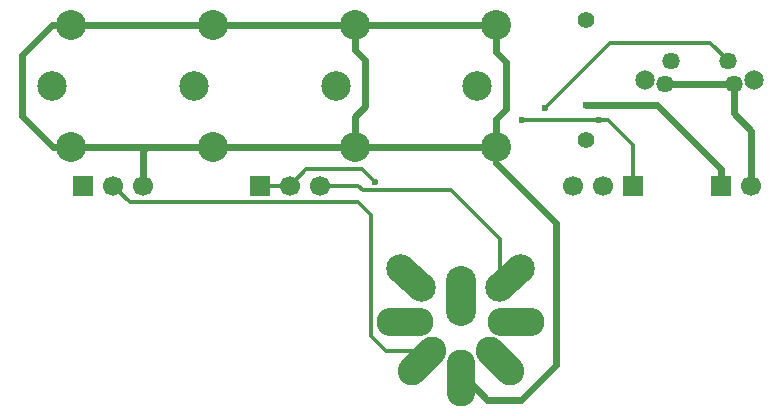
<source format=gbr>
%TF.GenerationSoftware,KiCad,Pcbnew,9.0.4*%
%TF.CreationDate,2025-09-13T13:09:21-04:00*%
%TF.ProjectId,C64-128AVS,4336342d-3132-4384-9156-532e6b696361,rev?*%
%TF.SameCoordinates,Original*%
%TF.FileFunction,Copper,L1,Top*%
%TF.FilePolarity,Positive*%
%FSLAX46Y46*%
G04 Gerber Fmt 4.6, Leading zero omitted, Abs format (unit mm)*
G04 Created by KiCad (PCBNEW 9.0.4) date 2025-09-13 13:09:21*
%MOMM*%
%LPD*%
G01*
G04 APERTURE LIST*
G04 Aperture macros list*
%AMHorizOval*
0 Thick line with rounded ends*
0 $1 width*
0 $2 $3 position (X,Y) of the first rounded end (center of the circle)*
0 $4 $5 position (X,Y) of the second rounded end (center of the circle)*
0 Add line between two ends*
20,1,$1,$2,$3,$4,$5,0*
0 Add two circle primitives to create the rounded ends*
1,1,$1,$2,$3*
1,1,$1,$4,$5*%
G04 Aperture macros list end*
%TA.AperFunction,ComponentPad*%
%ADD10R,1.700000X1.700000*%
%TD*%
%TA.AperFunction,ComponentPad*%
%ADD11C,1.700000*%
%TD*%
%TA.AperFunction,ComponentPad*%
%ADD12C,1.397000*%
%TD*%
%TA.AperFunction,ComponentPad*%
%ADD13C,1.457200*%
%TD*%
%TA.AperFunction,ComponentPad*%
%ADD14C,1.657200*%
%TD*%
%TA.AperFunction,ComponentPad*%
%ADD15C,2.540000*%
%TD*%
%TA.AperFunction,ComponentPad*%
%ADD16C,2.500000*%
%TD*%
%TA.AperFunction,ComponentPad*%
%ADD17O,4.826000X2.413000*%
%TD*%
%TA.AperFunction,ComponentPad*%
%ADD18O,2.413000X4.826000*%
%TD*%
%TA.AperFunction,ComponentPad*%
%ADD19HorizOval,2.413000X0.853124X-0.853124X-0.853124X0.853124X0*%
%TD*%
%TA.AperFunction,ComponentPad*%
%ADD20HorizOval,2.413000X-0.853124X-0.853124X0.853124X0.853124X0*%
%TD*%
%TA.AperFunction,ComponentPad*%
%ADD21O,2.540000X5.080000*%
%TD*%
%TA.AperFunction,ComponentPad*%
%ADD22HorizOval,2.413000X0.896604X0.807306X-0.896604X-0.807306X0*%
%TD*%
%TA.AperFunction,ComponentPad*%
%ADD23HorizOval,2.413000X-0.896604X0.807306X0.896604X-0.807306X0*%
%TD*%
%TA.AperFunction,ViaPad*%
%ADD24C,0.600000*%
%TD*%
%TA.AperFunction,Conductor*%
%ADD25C,0.300000*%
%TD*%
%TA.AperFunction,Conductor*%
%ADD26C,0.304800*%
%TD*%
%TA.AperFunction,Conductor*%
%ADD27C,0.609600*%
%TD*%
%TA.AperFunction,Conductor*%
%ADD28C,0.600000*%
%TD*%
G04 APERTURE END LIST*
D10*
%TO.P,J7,1,Pin_1*%
%TO.N,ExtAudio*%
X128120001Y-104600000D03*
D11*
%TO.P,J7,2,Pin_2*%
%TO.N,AudioIN*%
X130660001Y-104600000D03*
%TO.P,J7,3,Pin_3*%
%TO.N,GND*%
X133200000Y-104600000D03*
%TD*%
D12*
%TO.P,R1,1,1*%
%TO.N,Chroma*%
X170700000Y-90600000D03*
%TO.P,R1,2,2*%
%TO.N,Net-(J9-Pin_3)*%
X170700000Y-100759998D03*
%TD*%
D10*
%TO.P,J8,1,Pin_1*%
%TO.N,AudioL*%
X143060000Y-104600000D03*
D11*
%TO.P,J8,2,Pin_2*%
X145600000Y-104600000D03*
%TO.P,J8,3,Pin_3*%
%TO.N,AudioR*%
X148139999Y-104600000D03*
%TD*%
D13*
%TO.P,J1,1,1*%
%TO.N,GND*%
X183166400Y-96005600D03*
%TO.P,J1,2,2*%
X177366400Y-96005600D03*
%TO.P,J1,3,3*%
%TO.N,Luma*%
X182666400Y-94005600D03*
%TO.P,J1,4,4*%
%TO.N,ChromaFix*%
X177866400Y-94005600D03*
D14*
%TO.P,J1,CS1,CS1*%
%TO.N,unconnected-(J1-PadCS1)*%
X184866400Y-95605600D03*
%TO.P,J1,CS2,CS2*%
%TO.N,unconnected-(J1-PadCS2)*%
X175666400Y-95605600D03*
%TD*%
D15*
%TO.P,J6,R1,R*%
%TO.N,GND*%
X163073750Y-101300000D03*
%TO.P,J6,R2,R*%
X163073750Y-91000000D03*
D16*
%TO.P,J6,T,T*%
%TO.N,Composite*%
X161473750Y-96150000D03*
%TD*%
D15*
%TO.P,J3,R1,R*%
%TO.N,GND*%
X127073750Y-101300000D03*
%TO.P,J3,R2,R*%
X127073750Y-91000000D03*
D16*
%TO.P,J3,T,T*%
%TO.N,ExtAudio*%
X125473750Y-96150000D03*
%TD*%
D11*
%TO.P,J10,2,Pin_2*%
%TO.N,GND*%
X184640000Y-104600000D03*
D10*
%TO.P,J10,1,Pin_1*%
%TO.N,5V*%
X182100000Y-104600000D03*
%TD*%
D15*
%TO.P,J5,R1,R*%
%TO.N,GND*%
X151073750Y-101300000D03*
%TO.P,J5,R2,R*%
X151073750Y-91000000D03*
D16*
%TO.P,J5,T,T*%
%TO.N,AudioR*%
X149473750Y-96150000D03*
%TD*%
D10*
%TO.P,J9,1,Pin_1*%
%TO.N,Chroma*%
X174663049Y-104600000D03*
D11*
%TO.P,J9,2,Pin_2*%
%TO.N,ChromaFix*%
X172123049Y-104600000D03*
%TO.P,J9,3,Pin_3*%
%TO.N,Net-(J9-Pin_3)*%
X169583050Y-104600000D03*
%TD*%
D15*
%TO.P,J4,R1,R*%
%TO.N,GND*%
X139073750Y-101300000D03*
%TO.P,J4,R2,R*%
X139073750Y-91000000D03*
D16*
%TO.P,J4,T,T*%
%TO.N,AudioL*%
X137473750Y-96150000D03*
%TD*%
D17*
%TO.P,J2,1,1*%
%TO.N,Luma*%
X164780250Y-116134400D03*
D18*
%TO.P,J2,2,2*%
%TO.N,GND*%
X160073750Y-120840900D03*
D17*
%TO.P,J2,3,3*%
%TO.N,AudioL*%
X155367250Y-116134400D03*
D19*
%TO.P,J2,4,4*%
%TO.N,Composite*%
X163396874Y-119457524D03*
D20*
%TO.P,J2,5,5*%
%TO.N,AudioIN*%
X156750626Y-119457524D03*
D21*
%TO.P,J2,6,6*%
%TO.N,Chroma*%
X160073750Y-113964400D03*
D22*
%TO.P,J2,7,7*%
%TO.N,AudioR*%
X164270354Y-112427094D03*
D23*
%TO.P,J2,8,8*%
%TO.N,5V*%
X155877146Y-112427094D03*
%TD*%
D24*
%TO.N,AudioL*%
X152800000Y-104300000D03*
%TO.N,Luma*%
X167200000Y-98000000D03*
%TO.N,Chroma*%
X165223800Y-99000000D03*
X171780200Y-99000000D03*
%TO.N,5V*%
X170700000Y-97800000D03*
%TD*%
D25*
%TO.N,Chroma*%
X165223800Y-99000000D02*
X171780200Y-99000000D01*
D26*
%TO.N,Luma*%
X181200000Y-92500000D02*
X182666400Y-93966400D01*
X182666400Y-93966400D02*
X182666400Y-94005600D01*
X172700000Y-92500000D02*
X181200000Y-92500000D01*
X167200000Y-98000000D02*
X172700000Y-92500000D01*
D27*
%TO.N,GND*%
X184640000Y-99940000D02*
X183166400Y-98466400D01*
X184640000Y-104902000D02*
X184640000Y-99940000D01*
X183166400Y-98466400D02*
X183166400Y-96005600D01*
D28*
%TO.N,5V*%
X176700000Y-97800000D02*
X182100000Y-103200000D01*
X170700000Y-97800000D02*
X176700000Y-97800000D01*
X182100000Y-103200000D02*
X182100000Y-104600000D01*
D25*
%TO.N,AudioL*%
X147000000Y-103200000D02*
X145600000Y-104600000D01*
X151700000Y-103200000D02*
X147000000Y-103200000D01*
X152800000Y-104300000D02*
X151700000Y-103200000D01*
%TO.N,AudioR*%
X163373750Y-109144750D02*
X163373750Y-113234400D01*
X159229000Y-105000000D02*
X163373750Y-109144750D01*
X151400000Y-104600000D02*
X151800000Y-105000000D01*
X151800000Y-105000000D02*
X159229000Y-105000000D01*
X148139999Y-104600000D02*
X151400000Y-104600000D01*
%TO.N,Chroma*%
X172540150Y-99000000D02*
X174663049Y-101122899D01*
X174663049Y-101122899D02*
X174663049Y-104929350D01*
X171780200Y-99000000D02*
X172540150Y-99000000D01*
%TO.N,AudioL*%
X145600000Y-104600000D02*
X143060000Y-104600000D01*
%TO.N,AudioIN*%
X152476200Y-107076200D02*
X151400000Y-106000000D01*
X151400000Y-106000000D02*
X132060001Y-106000000D01*
X152476200Y-117312050D02*
X152476200Y-107076200D01*
X132060001Y-106000000D02*
X130660001Y-104600000D01*
X153768550Y-118604400D02*
X152476200Y-117312050D01*
X157603750Y-118604400D02*
X153768550Y-118604400D01*
D27*
%TO.N,GND*%
X139073750Y-101300000D02*
X151073750Y-101300000D01*
X133500000Y-101300000D02*
X133200000Y-101600000D01*
X133500000Y-101300000D02*
X135356600Y-101300000D01*
X133200000Y-101600000D02*
X133200000Y-104978200D01*
D25*
%TO.N,AudioL*%
X137473750Y-96150000D02*
X137482950Y-96150000D01*
D27*
%TO.N,GND*%
X183166400Y-96005600D02*
X177366400Y-96005600D01*
D25*
%TO.N,AudioR*%
X149473750Y-96150000D02*
X149435450Y-96150000D01*
D27*
%TO.N,GND*%
X163073750Y-101319200D02*
X163073750Y-101300000D01*
X168100000Y-107724200D02*
X163073750Y-102697950D01*
X165206250Y-122705650D02*
X168100000Y-119811900D01*
X160073750Y-120490000D02*
X162289400Y-122705650D01*
X168100000Y-119811900D02*
X168100000Y-107724200D01*
X160073750Y-119634400D02*
X160073750Y-120490000D01*
X162289400Y-122705650D02*
X165206250Y-122705650D01*
X132879350Y-101300000D02*
X133500000Y-101300000D01*
X163073750Y-93295000D02*
X163073750Y-91000000D01*
X160073750Y-119634400D02*
X160073750Y-121286438D01*
D28*
X151073750Y-91000000D02*
X151073750Y-93078400D01*
D27*
X163073750Y-98947500D02*
X163900000Y-98121250D01*
D28*
X151942800Y-97884450D02*
X151073750Y-98753500D01*
X151942800Y-93947450D02*
X151942800Y-97884450D01*
D27*
X135356600Y-101300000D02*
X139073750Y-101300000D01*
X163073750Y-101300000D02*
X151073750Y-101300000D01*
X139073750Y-91000000D02*
X145872650Y-91000000D01*
X139073750Y-101300000D02*
X139073750Y-102147500D01*
X163094450Y-91000000D02*
X163073750Y-91000000D01*
X125477050Y-91000000D02*
X122936000Y-93541050D01*
X155772650Y-91000000D02*
X163073750Y-91000000D01*
X122936000Y-98697250D02*
X125538750Y-101300000D01*
X163900000Y-94121250D02*
X163073750Y-93295000D01*
X139073750Y-91000000D02*
X127073750Y-91000000D01*
X163900000Y-98121250D02*
X163900000Y-94121250D01*
X145872650Y-91000000D02*
X155772650Y-91000000D01*
D28*
X151073750Y-93078400D02*
X151942800Y-93947450D01*
D27*
X127073750Y-91000000D02*
X125477050Y-91000000D01*
X127073750Y-101300000D02*
X132879350Y-101300000D01*
D28*
X151073750Y-98753500D02*
X151073750Y-101300000D01*
D27*
X125538750Y-101300000D02*
X127073750Y-101300000D01*
X122936000Y-93541050D02*
X122936000Y-98697250D01*
X163073750Y-101300000D02*
X163073750Y-98947500D01*
X160073750Y-121286438D02*
G75*
G03*
X160366672Y-121993515I999950J38D01*
G01*
%TD*%
M02*

</source>
